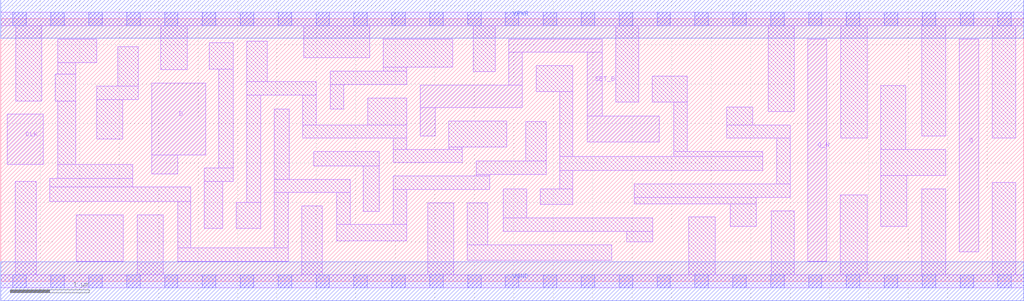
<source format=lef>
# Copyright 2020 The SkyWater PDK Authors
#
# Licensed under the Apache License, Version 2.0 (the "License");
# you may not use this file except in compliance with the License.
# You may obtain a copy of the License at
#
#     https://www.apache.org/licenses/LICENSE-2.0
#
# Unless required by applicable law or agreed to in writing, software
# distributed under the License is distributed on an "AS IS" BASIS,
# WITHOUT WARRANTIES OR CONDITIONS OF ANY KIND, either express or implied.
# See the License for the specific language governing permissions and
# limitations under the License.
#
# SPDX-License-Identifier: Apache-2.0

VERSION 5.7 ;
  NAMESCASESENSITIVE ON ;
  NOWIREEXTENSIONATPIN ON ;
  DIVIDERCHAR "/" ;
  BUSBITCHARS "[]" ;
UNITS
  DATABASE MICRONS 200 ;
END UNITS
MACRO sky130_fd_sc_lp__dfsbp_2
  CLASS CORE ;
  SOURCE USER ;
  FOREIGN sky130_fd_sc_lp__dfsbp_2 ;
  ORIGIN  0.000000  0.000000 ;
  SIZE  12.96000 BY  3.330000 ;
  SYMMETRY X Y R90 ;
  SITE unit ;
  PIN D
    ANTENNAGATEAREA  0.126000 ;
    DIRECTION INPUT ;
    USE SIGNAL ;
    PORT
      LAYER li1 ;
        RECT 1.915000 1.365000 2.245000 1.605000 ;
        RECT 1.915000 1.605000 2.595000 2.515000 ;
    END
  END D
  PIN Q
    ANTENNADIFFAREA  0.588000 ;
    DIRECTION OUTPUT ;
    USE SIGNAL ;
    PORT
      LAYER li1 ;
        RECT 12.145000 0.375000 12.390000 3.075000 ;
    END
  END Q
  PIN Q_N
    ANTENNADIFFAREA  0.588000 ;
    DIRECTION OUTPUT ;
    USE SIGNAL ;
    PORT
      LAYER li1 ;
        RECT 10.225000 0.255000 10.465000 3.075000 ;
    END
  END Q_N
  PIN SET_B
    ANTENNAGATEAREA  0.252000 ;
    DIRECTION INPUT ;
    USE SIGNAL ;
    PORT
      LAYER li1 ;
        RECT 5.315000 1.845000 5.505000 2.205000 ;
        RECT 5.315000 2.205000 6.605000 2.490000 ;
        RECT 6.435000 2.490000 6.605000 2.905000 ;
        RECT 6.435000 2.905000 7.620000 3.075000 ;
        RECT 7.430000 1.765000 8.345000 2.095000 ;
        RECT 7.430000 2.095000 7.620000 2.905000 ;
    END
  END SET_B
  PIN CLK
    ANTENNAGATEAREA  0.159000 ;
    DIRECTION INPUT ;
    USE CLOCK ;
    PORT
      LAYER li1 ;
        RECT 0.085000 1.485000 0.540000 2.120000 ;
    END
  END CLK
  PIN VGND
    DIRECTION INOUT ;
    USE GROUND ;
    PORT
      LAYER met1 ;
        RECT 0.000000 -0.245000 12.960000 0.245000 ;
    END
  END VGND
  PIN VPWR
    DIRECTION INOUT ;
    USE POWER ;
    PORT
      LAYER met1 ;
        RECT 0.000000 3.085000 12.960000 3.575000 ;
    END
  END VPWR
  OBS
    LAYER li1 ;
      RECT  0.000000 -0.085000 12.960000 0.085000 ;
      RECT  0.000000  3.245000 12.960000 3.415000 ;
      RECT  0.185000  0.085000  0.450000 1.270000 ;
      RECT  0.190000  2.290000  0.520000 3.245000 ;
      RECT  0.620000  1.015000  2.410000 1.195000 ;
      RECT  0.620000  1.195000  1.675000 1.305000 ;
      RECT  0.690000  2.290000  0.950000 2.630000 ;
      RECT  0.720000  1.305000  1.675000 1.485000 ;
      RECT  0.720000  1.485000  0.950000 2.290000 ;
      RECT  0.720000  2.630000  0.950000 2.775000 ;
      RECT  0.720000  2.775000  1.215000 3.075000 ;
      RECT  0.955000  0.255000  1.550000 0.845000 ;
      RECT  1.215000  1.805000  1.545000 2.305000 ;
      RECT  1.215000  2.305000  1.745000 2.475000 ;
      RECT  1.480000  2.475000  1.745000 2.975000 ;
      RECT  1.730000  0.085000  2.060000 0.845000 ;
      RECT  2.030000  2.685000  2.360000 3.245000 ;
      RECT  2.240000  0.255000  3.645000 0.425000 ;
      RECT  2.240000  0.425000  2.410000 1.015000 ;
      RECT  2.580000  0.670000  2.815000 1.265000 ;
      RECT  2.580000  1.265000  2.945000 1.435000 ;
      RECT  2.640000  2.695000  2.945000 3.025000 ;
      RECT  2.765000  1.435000  2.945000 2.695000 ;
      RECT  2.985000  0.670000  3.295000 1.000000 ;
      RECT  3.115000  1.000000  3.295000 2.365000 ;
      RECT  3.115000  2.365000  3.995000 2.535000 ;
      RECT  3.115000  2.535000  3.375000 3.045000 ;
      RECT  3.465000  0.425000  3.645000 1.125000 ;
      RECT  3.465000  1.125000  4.425000 1.295000 ;
      RECT  3.465000  1.295000  3.655000 2.185000 ;
      RECT  3.815000  0.085000  4.075000 0.955000 ;
      RECT  3.825000  1.815000  5.145000 1.985000 ;
      RECT  3.825000  1.985000  3.995000 2.365000 ;
      RECT  3.840000  2.835000  4.675000 3.245000 ;
      RECT  3.965000  1.465000  4.795000 1.645000 ;
      RECT  4.175000  2.185000  4.345000 2.495000 ;
      RECT  4.175000  2.495000  5.145000 2.665000 ;
      RECT  4.255000  0.515000  5.145000 0.720000 ;
      RECT  4.255000  0.720000  4.425000 1.125000 ;
      RECT  4.595000  0.890000  4.795000 1.465000 ;
      RECT  4.650000  1.985000  5.145000 2.325000 ;
      RECT  4.845000  2.665000  5.145000 2.720000 ;
      RECT  4.845000  2.720000  5.730000 3.075000 ;
      RECT  4.975000  0.720000  5.145000 1.165000 ;
      RECT  4.975000  1.165000  6.195000 1.335000 ;
      RECT  4.975000  1.505000  5.845000 1.675000 ;
      RECT  4.975000  1.675000  5.145000 1.815000 ;
      RECT  5.410000  0.085000  5.740000 0.995000 ;
      RECT  5.675000  1.675000  5.845000 1.705000 ;
      RECT  5.675000  1.705000  6.410000 2.035000 ;
      RECT  5.910000  0.265000  7.740000 0.465000 ;
      RECT  5.910000  0.465000  6.170000 0.995000 ;
      RECT  5.985000  2.660000  6.265000 3.245000 ;
      RECT  6.025000  1.335000  6.195000 1.355000 ;
      RECT  6.025000  1.355000  6.910000 1.525000 ;
      RECT  6.365000  0.635000  8.260000 0.805000 ;
      RECT  6.365000  0.805000  6.665000 1.170000 ;
      RECT  6.650000  1.525000  6.910000 2.025000 ;
      RECT  6.785000  2.405000  7.250000 2.735000 ;
      RECT  6.835000  0.975000  7.250000 1.175000 ;
      RECT  7.080000  1.175000  7.250000 1.405000 ;
      RECT  7.080000  1.405000  9.655000 1.585000 ;
      RECT  7.080000  1.585000  7.250000 2.405000 ;
      RECT  7.790000  2.275000  8.085000 3.245000 ;
      RECT  7.930000  0.500000  8.260000 0.635000 ;
      RECT  8.025000  0.985000  9.570000 1.065000 ;
      RECT  8.025000  1.065000 10.005000 1.235000 ;
      RECT  8.255000  2.275000  8.695000 2.605000 ;
      RECT  8.525000  1.585000  9.655000 1.645000 ;
      RECT  8.525000  1.645000  8.695000 2.275000 ;
      RECT  8.720000  0.085000  9.050000 0.815000 ;
      RECT  9.200000  1.815000 10.005000 1.985000 ;
      RECT  9.200000  1.985000  9.530000 2.210000 ;
      RECT  9.240000  0.700000  9.570000 0.985000 ;
      RECT  9.725000  2.155000 10.055000 3.245000 ;
      RECT  9.765000  0.085000 10.055000 0.895000 ;
      RECT  9.835000  1.235000 10.005000 1.815000 ;
      RECT 10.635000  0.085000 10.980000 1.095000 ;
      RECT 10.645000  1.815000 10.980000 3.245000 ;
      RECT 11.150000  0.700000 11.480000 1.345000 ;
      RECT 11.150000  1.345000 11.975000 1.675000 ;
      RECT 11.150000  1.675000 11.465000 2.485000 ;
      RECT 11.670000  0.085000 11.975000 1.175000 ;
      RECT 11.670000  1.845000 11.975000 3.245000 ;
      RECT 12.560000  0.085000 12.860000 1.255000 ;
      RECT 12.560000  1.815000 12.860000 3.245000 ;
    LAYER mcon ;
      RECT  0.155000 -0.085000  0.325000 0.085000 ;
      RECT  0.155000  3.245000  0.325000 3.415000 ;
      RECT  0.635000 -0.085000  0.805000 0.085000 ;
      RECT  0.635000  3.245000  0.805000 3.415000 ;
      RECT  1.115000 -0.085000  1.285000 0.085000 ;
      RECT  1.115000  3.245000  1.285000 3.415000 ;
      RECT  1.595000 -0.085000  1.765000 0.085000 ;
      RECT  1.595000  3.245000  1.765000 3.415000 ;
      RECT  2.075000 -0.085000  2.245000 0.085000 ;
      RECT  2.075000  3.245000  2.245000 3.415000 ;
      RECT  2.555000 -0.085000  2.725000 0.085000 ;
      RECT  2.555000  3.245000  2.725000 3.415000 ;
      RECT  3.035000 -0.085000  3.205000 0.085000 ;
      RECT  3.035000  3.245000  3.205000 3.415000 ;
      RECT  3.515000 -0.085000  3.685000 0.085000 ;
      RECT  3.515000  3.245000  3.685000 3.415000 ;
      RECT  3.995000 -0.085000  4.165000 0.085000 ;
      RECT  3.995000  3.245000  4.165000 3.415000 ;
      RECT  4.475000 -0.085000  4.645000 0.085000 ;
      RECT  4.475000  3.245000  4.645000 3.415000 ;
      RECT  4.955000 -0.085000  5.125000 0.085000 ;
      RECT  4.955000  3.245000  5.125000 3.415000 ;
      RECT  5.435000 -0.085000  5.605000 0.085000 ;
      RECT  5.435000  3.245000  5.605000 3.415000 ;
      RECT  5.915000 -0.085000  6.085000 0.085000 ;
      RECT  5.915000  3.245000  6.085000 3.415000 ;
      RECT  6.395000 -0.085000  6.565000 0.085000 ;
      RECT  6.395000  3.245000  6.565000 3.415000 ;
      RECT  6.875000 -0.085000  7.045000 0.085000 ;
      RECT  6.875000  3.245000  7.045000 3.415000 ;
      RECT  7.355000 -0.085000  7.525000 0.085000 ;
      RECT  7.355000  3.245000  7.525000 3.415000 ;
      RECT  7.835000 -0.085000  8.005000 0.085000 ;
      RECT  7.835000  3.245000  8.005000 3.415000 ;
      RECT  8.315000 -0.085000  8.485000 0.085000 ;
      RECT  8.315000  3.245000  8.485000 3.415000 ;
      RECT  8.795000 -0.085000  8.965000 0.085000 ;
      RECT  8.795000  3.245000  8.965000 3.415000 ;
      RECT  9.275000 -0.085000  9.445000 0.085000 ;
      RECT  9.275000  3.245000  9.445000 3.415000 ;
      RECT  9.755000 -0.085000  9.925000 0.085000 ;
      RECT  9.755000  3.245000  9.925000 3.415000 ;
      RECT 10.235000 -0.085000 10.405000 0.085000 ;
      RECT 10.235000  3.245000 10.405000 3.415000 ;
      RECT 10.715000 -0.085000 10.885000 0.085000 ;
      RECT 10.715000  3.245000 10.885000 3.415000 ;
      RECT 11.195000 -0.085000 11.365000 0.085000 ;
      RECT 11.195000  3.245000 11.365000 3.415000 ;
      RECT 11.675000 -0.085000 11.845000 0.085000 ;
      RECT 11.675000  3.245000 11.845000 3.415000 ;
      RECT 12.155000 -0.085000 12.325000 0.085000 ;
      RECT 12.155000  3.245000 12.325000 3.415000 ;
      RECT 12.635000 -0.085000 12.805000 0.085000 ;
      RECT 12.635000  3.245000 12.805000 3.415000 ;
  END
END sky130_fd_sc_lp__dfsbp_2
END LIBRARY

</source>
